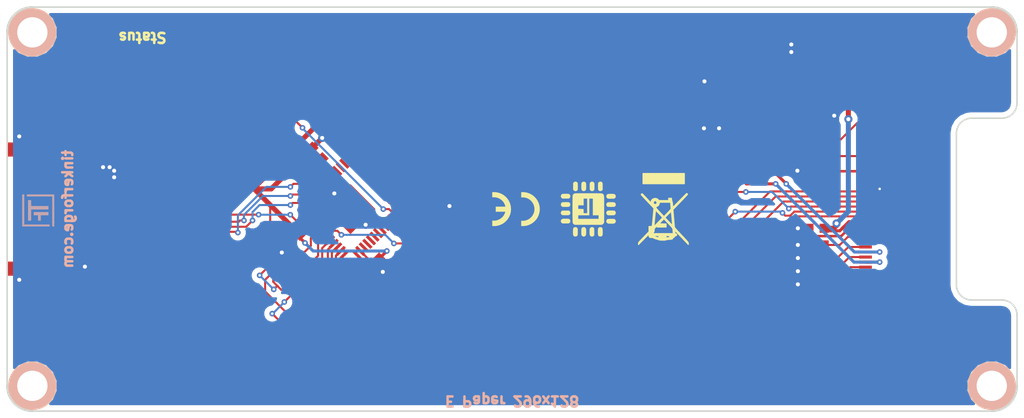
<source format=kicad_pcb>
(kicad_pcb (version 20171130) (host pcbnew 5.0.1-33cea8e~67~ubuntu18.04.1)
  (layers (0 F.Cu signal) (31 B.Cu signal) (34 B.Paste user) (35 F.Paste user) (36 B.SilkS user) (37 F.SilkS user) (38 B.Mask user) (39 F.Mask user) (44 Edge.Cuts user))
  (net 0 "")
  (net 1 "Net-(C1-Pad2)")
  (net 2 GND)
  (net 3 VGH)
  (net 4 VCI)
  (net 5 VGL)
  (net 6 "Net-(C7-Pad2)")
  (net 7 "Net-(C9-Pad1)")
  (net 8 "Net-(C10-Pad1)")
  (net 9 "Net-(C11-Pad1)")
  (net 10 "Net-(C15-Pad1)")
  (net 11 "Net-(C16-Pad1)")
  (net 12 "Net-(D1-Pad2)")
  (net 13 "Net-(P1-Pad1)")
  (net 14 "Net-(P1-Pad4)")
  (net 15 "Net-(P1-Pad5)")
  (net 16 "Net-(P1-Pad6)")
  (net 17 "Net-(P4-Pad2)")
  (net 18 "Net-(P5-Pad1)")
  (net 19 RESE)
  (net 20 GDR)
  (net 21 "Net-(R2-Pad1)")
  (net 22 S-MISO)
  (net 23 S-MOSI)
  (net 24 S-CLK)
  (net 25 S-CS)
  (net 26 TSCL)
  (net 27 "Net-(RP2-Pad7)")
  (net 28 "Net-(RP2-Pad6)")
  (net 29 TSDA)
  (net 30 "Net-(RP2-Pad3)")
  (net 31 "Net-(RP2-Pad2)")
  (net 32 CS#)
  (net 33 "Net-(U1-Pad4)")
  (net 34 "Net-(U1-Pad5)")
  (net 35 "Net-(U1-Pad6)")
  (net 36 "Net-(U1-Pad7)")
  (net 37 "Net-(U1-Pad8)")
  (net 38 "Net-(U1-Pad9)")
  (net 39 "Net-(U1-Pad10)")
  (net 40 "Net-(U1-Pad11)")
  (net 41 "Net-(U1-Pad12)")
  (net 42 "Net-(U1-Pad13)")
  (net 43 "Net-(U1-Pad14)")
  (net 44 "Net-(U1-Pad15)")
  (net 45 "Net-(U1-Pad16)")
  (net 46 "Net-(U1-Pad21)")
  (net 47 "Net-(U1-Pad22)")
  (net 48 "Net-(U1-Pad26)")
  (net 49 "Net-(U1-Pad28)")
  (net 50 CLK)
  (net 51 MISO_MOSI)
  (net 52 BUSY)
  (net 53 RES#)
  (net 54 DC#)
  (net 55 "Net-(U1-Pad36)")
  (net 56 "Net-(U1-Pad39)")
  (net 57 "Net-(U1-Pad40)")
  (net 58 "Net-(U1-Pad41)")
  (net 59 "Net-(U1-Pad42)")
  (net 60 "Net-(U1-Pad43)")
  (net 61 "Net-(U1-Pad44)")
  (net 62 "Net-(U1-Pad45)")
  (net 63 "Net-(U1-Pad46)")
  (net 64 "Net-(U1-Pad47)")
  (net 65 "Net-(U2-Pad4)")
  (net 66 "Net-(U2-Pad1)")
  (net 67 "Net-(U2-Pad19)")
  (net 68 +VSW)
  (net 69 3V3)
  (module kicad-libraries:ER-CON24HT-1 (layer F.Cu) (at 183 105 90)
    (fp_text reference U2)
    (fp_text value Con24HT)
    (pad EP smd rect (at 7.29 2.33 90) (size 2 3) (layers F.Cu F.Paste F.Mask))
    (pad EP smd rect (at -7.29 2.33 90) (size 2 3) (layers F.Cu F.Paste F.Mask))
    (pad 12 smd rect (at 0.25 0 90) (size 0.3 1.25) (layers F.Cu F.Paste F.Mask) (net 32 CS#))
    (pad 11 smd rect (at 0.75 0 90) (size 0.3 1.25) (layers F.Cu F.Paste F.Mask) (net 54 DC#))
    (pad 10 smd rect (at 1.25 0 90) (size 0.3 1.25) (layers F.Cu F.Paste F.Mask) (net 53 RES#))
    (pad 9 smd rect (at 1.75 0 90) (size 0.3 1.25) (layers F.Cu F.Paste F.Mask) (net 52 BUSY))
    (pad 8 smd rect (at 2.25 0 90) (size 0.3 1.25) (layers F.Cu F.Paste F.Mask) (net 2 GND))
    (pad 7 smd rect (at 2.75 0 90) (size 0.3 1.25) (layers F.Cu F.Paste F.Mask) (net 29 TSDA))
    (pad 6 smd rect (at 3.25 0 90) (size 0.3 1.25) (layers F.Cu F.Paste F.Mask) (net 26 TSCL))
    (pad 5 smd rect (at 3.75 0 90) (size 0.3 1.25) (layers F.Cu F.Paste F.Mask) (net 9 "Net-(C11-Pad1)"))
    (pad 4 smd rect (at 4.25 0 90) (size 0.3 1.25) (layers F.Cu F.Paste F.Mask) (net 65 "Net-(U2-Pad4)"))
    (pad 3 smd rect (at 4.75 0 90) (size 0.3 1.25) (layers F.Cu F.Paste F.Mask) (net 19 RESE))
    (pad 2 smd rect (at 5.25 0 90) (size 0.3 1.25) (layers F.Cu F.Paste F.Mask) (net 20 GDR))
    (pad 1 smd rect (at 5.75 0 90) (size 0.3 1.25) (layers F.Cu F.Paste F.Mask) (net 66 "Net-(U2-Pad1)"))
    (pad 13 smd rect (at -0.25 0 90) (size 0.3 1.25) (layers F.Cu F.Paste F.Mask) (net 50 CLK))
    (pad 14 smd rect (at -0.75 0 90) (size 0.3 1.25) (layers F.Cu F.Paste F.Mask) (net 51 MISO_MOSI))
    (pad 15 smd rect (at -1.25 0 90) (size 0.3 1.25) (layers F.Cu F.Paste F.Mask) (net 4 VCI))
    (pad 16 smd rect (at -1.75 0 90) (size 0.3 1.25) (layers F.Cu F.Paste F.Mask) (net 4 VCI))
    (pad 17 smd rect (at -2.25 0 90) (size 0.3 1.25) (layers F.Cu F.Paste F.Mask) (net 2 GND))
    (pad 18 smd rect (at -2.75 0 90) (size 0.3 1.25) (layers F.Cu F.Paste F.Mask) (net 6 "Net-(C7-Pad2)"))
    (pad 19 smd rect (at -3.25 0 90) (size 0.3 1.25) (layers F.Cu F.Paste F.Mask) (net 67 "Net-(U2-Pad19)"))
    (pad 20 smd rect (at -3.75 0 90) (size 0.3 1.25) (layers F.Cu F.Paste F.Mask) (net 8 "Net-(C10-Pad1)"))
    (pad 21 smd rect (at -4.25 0 90) (size 0.3 1.25) (layers F.Cu F.Paste F.Mask) (net 3 VGH))
    (pad 22 smd rect (at -4.75 0 90) (size 0.3 1.25) (layers F.Cu F.Paste F.Mask) (net 10 "Net-(C15-Pad1)"))
    (pad 23 smd rect (at -5.25 0 90) (size 0.3 1.25) (layers F.Cu F.Paste F.Mask) (net 5 VGL))
    (pad 24 smd rect (at -5.75 0 90) (size 0.3 1.25) (layers F.Cu F.Paste F.Mask) (net 11 "Net-(C16-Pad1)"))
  )
  (module kicad-libraries:C0603F (layer F.Cu) (at 127.68033 99.46967 225)
    (fp_text reference C14)
    (fp_text value 220nF)
    (pad 2 smd rect (at 0.75 0 225) (size 0.9 0.9) (layers F.Cu F.Paste F.Mask) (net 69 3V3))
    (pad 1 smd rect (at -0.75 0 225) (size 0.9 0.9) (layers F.Cu F.Paste F.Mask) (net 2 GND))
  )
  (module kicad-libraries:C0402F (layer F.Cu) (at 105.7 109.25 90)
    (fp_text reference C1)
    (fp_text value 220pF)
    (pad 2 smd rect (at 0.5 0 90) (size 0.6 0.7) (layers F.Cu F.Paste F.Mask) (net 1 "Net-(C1-Pad2)"))
    (pad 1 smd rect (at -0.5 0 90) (size 0.6 0.7) (layers F.Cu F.Paste F.Mask) (net 2 GND))
  )
  (module kicad-libraries:C0603F (layer F.Cu) (at 169.25 96.05)
    (fp_text reference C2)
    (fp_text value 1uF)
    (pad 2 smd rect (at 0.75 0) (size 0.9 0.9) (layers F.Cu F.Paste F.Mask) (net 3 VGH))
    (pad 1 smd rect (at -0.75 0) (size 0.9 0.9) (layers F.Cu F.Paste F.Mask) (net 2 GND))
  )
  (module kicad-libraries:C0805 (layer F.Cu) (at 106 102.49924 270)
    (fp_text reference C3)
    (fp_text value 10uF)
    (pad 1 smd rect (at -1.00076 0 270) (size 1.00076 1.24968) (layers F.Cu F.Paste F.Mask) (net 2 GND) (clearance 0.14986))
    (pad 2 smd rect (at 1.00076 0 270) (size 1.00076 1.24968) (layers F.Cu F.Paste F.Mask) (net 69 3V3) (clearance 0.14986))
  )
  (module kicad-libraries:C0603F (layer F.Cu) (at 108 102.25 270)
    (fp_text reference C4)
    (fp_text value 1uF)
    (pad 1 smd rect (at -0.75 0 270) (size 0.9 0.9) (layers F.Cu F.Paste F.Mask) (net 2 GND))
    (pad 2 smd rect (at 0.75 0 270) (size 0.9 0.9) (layers F.Cu F.Paste F.Mask) (net 69 3V3))
  )
  (module kicad-libraries:C0603F (layer F.Cu) (at 166.25 96.05 180)
    (fp_text reference C5)
    (fp_text value 1uF)
    (pad 2 smd rect (at 0.75 0 180) (size 0.9 0.9) (layers F.Cu F.Paste F.Mask) (net 5 VGL))
    (pad 1 smd rect (at -0.75 0 180) (size 0.9 0.9) (layers F.Cu F.Paste F.Mask) (net 2 GND))
  )
  (module kicad-libraries:C0603F (layer F.Cu) (at 126.45 108.05 45)
    (fp_text reference C6)
    (fp_text value 100nF)
    (pad 1 smd rect (at -0.75 0 45) (size 0.9 0.9) (layers F.Cu F.Paste F.Mask) (net 2 GND))
    (pad 2 smd rect (at 0.75 0 45) (size 0.9 0.9) (layers F.Cu F.Paste F.Mask) (net 69 3V3))
  )
  (module kicad-libraries:C0603F (layer F.Cu) (at 178.15 108.55)
    (fp_text reference C7)
    (fp_text value 1uF/10V)
    (pad 2 smd rect (at 0.75 0) (size 0.9 0.9) (layers F.Cu F.Paste F.Mask) (net 6 "Net-(C7-Pad2)"))
    (pad 1 smd rect (at -0.75 0) (size 0.9 0.9) (layers F.Cu F.Paste F.Mask) (net 2 GND))
  )
  (module kicad-libraries:C0603F (layer F.Cu) (at 178.15 106.9 180)
    (fp_text reference C8)
    (fp_text value 4,7uF/10V)
    (pad 2 smd rect (at 0.75 0 180) (size 0.9 0.9) (layers F.Cu F.Paste F.Mask) (net 2 GND))
    (pad 1 smd rect (at -0.75 0 180) (size 0.9 0.9) (layers F.Cu F.Paste F.Mask) (net 4 VCI))
  )
  (module kicad-libraries:C0603F (layer F.Cu) (at 174.1 94.2)
    (fp_text reference C9)
    (fp_text value 1uF)
    (pad 1 smd rect (at -0.75 0) (size 0.9 0.9) (layers F.Cu F.Paste F.Mask) (net 7 "Net-(C9-Pad1)"))
    (pad 2 smd rect (at 0.75 0) (size 0.9 0.9) (layers F.Cu F.Paste F.Mask) (net 68 +VSW))
  )
  (module kicad-libraries:C0603F (layer F.Cu) (at 178.15 109.85 180)
    (fp_text reference C10)
    (fp_text value 1uF/25V)
    (pad 1 smd rect (at -0.75 0 180) (size 0.9 0.9) (layers F.Cu F.Paste F.Mask) (net 8 "Net-(C10-Pad1)"))
    (pad 2 smd rect (at 0.75 0 180) (size 0.9 0.9) (layers F.Cu F.Paste F.Mask) (net 2 GND))
  )
  (module kicad-libraries:C0603F (layer F.Cu) (at 178.15 101.25 180)
    (fp_text reference C11)
    (fp_text value 1uF/25V)
    (pad 1 smd rect (at -0.75 0 180) (size 0.9 0.9) (layers F.Cu F.Paste F.Mask) (net 9 "Net-(C11-Pad1)"))
    (pad 2 smd rect (at 0.75 0 180) (size 0.9 0.9) (layers F.Cu F.Paste F.Mask) (net 2 GND))
  )
  (module kicad-libraries:C0603F (layer F.Cu) (at 128.68033 100.51967 225)
    (fp_text reference C12)
    (fp_text value 100nF)
    (pad 1 smd rect (at -0.75 0 225) (size 0.9 0.9) (layers F.Cu F.Paste F.Mask) (net 2 GND))
    (pad 2 smd rect (at 0.75 0 225) (size 0.9 0.9) (layers F.Cu F.Paste F.Mask) (net 69 3V3))
  )
  (module kicad-libraries:C0603F (layer F.Cu) (at 134.3 110.45 45)
    (fp_text reference C13)
    (fp_text value 100nF)
    (pad 2 smd rect (at 0.75 0 45) (size 0.9 0.9) (layers F.Cu F.Paste F.Mask) (net 69 3V3))
    (pad 1 smd rect (at -0.75 0 45) (size 0.9 0.9) (layers F.Cu F.Paste F.Mask) (net 2 GND))
  )
  (module kicad-libraries:C0603F (layer F.Cu) (at 178.15 111.15 180)
    (fp_text reference C15)
    (fp_text value 1uF/25V)
    (pad 1 smd rect (at -0.75 0 180) (size 0.9 0.9) (layers F.Cu F.Paste F.Mask) (net 10 "Net-(C15-Pad1)"))
    (pad 2 smd rect (at 0.75 0 180) (size 0.9 0.9) (layers F.Cu F.Paste F.Mask) (net 2 GND))
  )
  (module kicad-libraries:C0603F (layer F.Cu) (at 178.15 112.45 180)
    (fp_text reference C16)
    (fp_text value 0,47uF/25V)
    (pad 1 smd rect (at -0.75 0 180) (size 0.9 0.9) (layers F.Cu F.Paste F.Mask) (net 11 "Net-(C16-Pad1)"))
    (pad 2 smd rect (at 0.75 0 180) (size 0.9 0.9) (layers F.Cu F.Paste F.Mask) (net 2 GND))
  )
  (module kicad-libraries:C0603F (layer F.Cu) (at 177.45 90.65 180)
    (fp_text reference C17)
    (fp_text value 1uF)
    (pad 2 smd rect (at 0.75 0 180) (size 0.9 0.9) (layers F.Cu F.Paste F.Mask) (net 2 GND))
    (pad 1 smd rect (at -0.75 0 180) (size 0.9 0.9) (layers F.Cu F.Paste F.Mask) (net 4 VCI))
  )
  (module kicad-libraries:D0603F (layer F.Cu) (at 111.4 86.5)
    (fp_text reference D1)
    (fp_text value blue)
    (pad 2 smd rect (at 0.75 0) (size 0.9 0.9) (layers F.Cu F.Paste F.Mask) (net 12 "Net-(D1-Pad2)"))
    (pad 1 smd rect (at -0.75 0) (size 0.9 0.9) (layers F.Cu F.Paste F.Mask) (net 69 3V3))
  )
  (module kicad-libraries:SOD-123 (layer F.Cu) (at 169.75 94.2)
    (fp_text reference D2)
    (fp_text value B0520LW)
    (pad 1 smd rect (at -1.84912 0) (size 1.19888 0.70104) (layers F.Cu F.Paste F.Mask) (net 5 VGL) (clearance 0.14986))
    (pad 2 smd rect (at 1.84912 0) (size 1.19888 0.70104) (layers F.Cu F.Paste F.Mask) (net 7 "Net-(C9-Pad1)") (clearance 0.14986))
  )
  (module kicad-libraries:SOD-123 (layer F.Cu) (at 173.7 96.05 180)
    (fp_text reference D3)
    (fp_text value B0520LW)
    (pad 1 smd rect (at -1.84912 0 180) (size 1.19888 0.70104) (layers F.Cu F.Paste F.Mask) (net 68 +VSW) (clearance 0.14986))
    (pad 2 smd rect (at 1.84912 0 180) (size 1.19888 0.70104) (layers F.Cu F.Paste F.Mask) (net 3 VGH) (clearance 0.14986))
  )
  (module kicad-libraries:SOD-123 (layer F.Cu) (at 169.75 92.35 180)
    (fp_text reference D4)
    (fp_text value B0520LW)
    (pad 2 smd rect (at 1.84912 0 180) (size 1.19888 0.70104) (layers F.Cu F.Paste F.Mask) (net 2 GND) (clearance 0.14986))
    (pad 1 smd rect (at -1.84912 0 180) (size 1.19888 0.70104) (layers F.Cu F.Paste F.Mask) (net 7 "Net-(C9-Pad1)") (clearance 0.14986))
  )
  (module NRH3015 (layer F.Cu) (at 177.45 93.1 90)
    (fp_text reference L1)
    (fp_text value NR3015T4R7M)
    (pad 1 smd rect (at -1.09982 0 90) (size 0.8001 2.70002) (layers F.Cu F.Paste F.Mask) (net 68 +VSW))
    (pad 2 smd rect (at 1.09982 0 90) (size 0.8001 2.70002) (layers F.Cu F.Paste F.Mask) (net 4 VCI))
  )
  (module kicad-libraries:CON-SENSOR2 (layer F.Cu) (at 98 105 270)
    (fp_text reference P1)
    (fp_text value CON-SENSOR)
    (pad 1 smd rect (at -3.75 -4.6 270) (size 0.6 1.8) (layers F.Cu F.Paste F.Mask) (net 13 "Net-(P1-Pad1)"))
    (pad 2 smd rect (at -2.5 -4.6 270) (size 0.6 1.8) (layers F.Cu F.Paste F.Mask) (net 2 GND))
    (pad EP smd rect (at -5.9 -1.2 270) (size 1.4 2.4) (layers F.Cu F.Paste F.Mask) (net 2 GND))
    (pad EP smd rect (at 5.9 -1.2 270) (size 1.4 2.4) (layers F.Cu F.Paste F.Mask) (net 2 GND))
    (pad 3 smd rect (at -1.25 -4.6 270) (size 0.6 1.8) (layers F.Cu F.Paste F.Mask) (net 69 3V3))
    (pad 4 smd rect (at 0 -4.6 270) (size 0.6 1.8) (layers F.Cu F.Paste F.Mask) (net 14 "Net-(P1-Pad4)"))
    (pad 5 smd rect (at 1.25 -4.6 270) (size 0.6 1.8) (layers F.Cu F.Paste F.Mask) (net 15 "Net-(P1-Pad5)"))
    (pad 6 smd rect (at 2.5 -4.6 270) (size 0.6 1.8) (layers F.Cu F.Paste F.Mask) (net 16 "Net-(P1-Pad6)"))
    (pad 7 smd rect (at 3.75 -4.6 270) (size 0.6 1.8) (layers F.Cu F.Paste F.Mask) (net 1 "Net-(C1-Pad2)"))
  )
  (module kicad-libraries:SolderJumper (layer F.Cu) (at 140.675 104.7 180)
    (fp_text reference P4)
    (fp_text value BOOT)
    (pad 2 smd rect (at 0.55 0 180) (size 0.3 1.4) (layers F.Cu F.Mask) (net 17 "Net-(P4-Pad2)"))
    (pad 2 smd rect (at 0.15 0 180) (size 0.6 0.5) (layers F.Cu F.Mask) (net 17 "Net-(P4-Pad2)"))
    (pad 1 smd rect (at -0.5 0 180) (size 0.4 1.4) (layers F.Cu F.Mask) (net 2 GND))
    (pad 1 smd rect (at -0.225 0.55 180) (size 0.95 0.3) (layers F.Cu F.Mask) (net 2 GND))
    (pad 1 smd rect (at -0.225 -0.55 180) (size 0.95 0.3) (layers F.Cu F.Mask) (net 2 GND))
  )
  (module kicad-libraries:DEBUG_PAD (layer F.Cu) (at 140.65 102.45)
    (fp_text reference P5)
    (fp_text value DEBUG)
    (pad 1 smd circle (at 0 0) (size 0.7 0.7) (layers F.Cu F.Paste F.Mask) (net 18 "Net-(P5-Pad1)"))
  )
  (module kicad-libraries:SOT23GDS (layer F.Cu) (at 177.449999 97.1 180)
    (fp_text reference Q1)
    (fp_text value 2N7002P)
    (pad S smd rect (at -0.889 -1.016 180) (size 0.9144 0.9144) (layers F.Cu F.Paste F.Mask) (net 19 RESE))
    (pad G smd rect (at 0.889 -1.016 180) (size 0.9144 0.9144) (layers F.Cu F.Paste F.Mask) (net 20 GDR))
    (pad D smd rect (at 0 1.016 180) (size 0.9144 0.9144) (layers F.Cu F.Paste F.Mask) (net 68 +VSW))
  )
  (module kicad-libraries:R0603F (layer F.Cu) (at 179.9 97.35 90)
    (fp_text reference R1)
    (fp_text value 2,2)
    (pad 1 smd rect (at -0.75 0 90) (size 0.9 0.9) (layers F.Cu F.Paste F.Mask) (net 19 RESE))
    (pad 2 smd rect (at 0.75 0 90) (size 0.9 0.9) (layers F.Cu F.Paste F.Mask) (net 2 GND))
  )
  (module kicad-libraries:R0603F (layer F.Cu) (at 114.6 86.5 180)
    (fp_text reference R2)
    (fp_text value 1k)
    (pad 2 smd rect (at 0.75 0 180) (size 0.9 0.9) (layers F.Cu F.Paste F.Mask) (net 12 "Net-(D1-Pad2)"))
    (pad 1 smd rect (at -0.75 0 180) (size 0.9 0.9) (layers F.Cu F.Paste F.Mask) (net 21 "Net-(R2-Pad1)"))
  )
  (module kicad-libraries:4X0402 (layer F.Cu) (at 106.25 106.5 270)
    (fp_text reference RP1)
    (fp_text value 82)
    (pad 1 smd rect (at -0.7493 0.575 90) (size 0.29972 0.65) (layers F.Cu F.Paste F.Mask) (net 14 "Net-(P1-Pad4)"))
    (pad 2 smd rect (at -0.24892 0.575 90) (size 0.29972 0.65) (layers F.Cu F.Paste F.Mask) (net 15 "Net-(P1-Pad5)"))
    (pad 3 smd rect (at 0.24892 0.575 90) (size 0.29972 0.65) (layers F.Cu F.Paste F.Mask) (net 16 "Net-(P1-Pad6)"))
    (pad 4 smd rect (at 0.7493 0.575 90) (size 0.29972 0.65) (layers F.Cu F.Paste F.Mask) (net 1 "Net-(C1-Pad2)"))
    (pad 5 smd rect (at 0.7493 -0.575 270) (size 0.29972 0.65) (layers F.Cu F.Paste F.Mask) (net 22 S-MISO))
    (pad 6 smd rect (at 0.24892 -0.575 270) (size 0.29972 0.65) (layers F.Cu F.Paste F.Mask) (net 23 S-MOSI))
    (pad 7 smd rect (at -0.24892 -0.575 270) (size 0.29972 0.65) (layers F.Cu F.Paste F.Mask) (net 24 S-CLK))
    (pad 8 smd rect (at -0.7493 -0.575 270) (size 0.29972 0.65) (layers F.Cu F.Paste F.Mask) (net 25 S-CS))
  )
  (module kicad-libraries:4X0402 (layer F.Cu) (at 125.6 111.75 315)
    (fp_text reference RP2)
    (fp_text value 4,7k)
    (pad 8 smd rect (at -0.749301 -0.575 315) (size 0.29972 0.65) (layers F.Cu F.Paste F.Mask) (net 29 TSDA))
    (pad 7 smd rect (at -0.24892 -0.574999 315) (size 0.29972 0.65) (layers F.Cu F.Paste F.Mask) (net 27 "Net-(RP2-Pad7)"))
    (pad 6 smd rect (at 0.24892 -0.574999 315) (size 0.29972 0.65) (layers F.Cu F.Paste F.Mask) (net 28 "Net-(RP2-Pad6)"))
    (pad 5 smd rect (at 0.749301 -0.575 315) (size 0.29972 0.65) (layers F.Cu F.Paste F.Mask) (net 26 TSCL))
    (pad 4 smd rect (at 0.749301 0.575 135) (size 0.29972 0.65) (layers F.Cu F.Paste F.Mask) (net 69 3V3))
    (pad 3 smd rect (at 0.24892 0.574999 135) (size 0.29972 0.65) (layers F.Cu F.Paste F.Mask) (net 30 "Net-(RP2-Pad3)"))
    (pad 2 smd rect (at -0.24892 0.574999 135) (size 0.29972 0.65) (layers F.Cu F.Paste F.Mask) (net 31 "Net-(RP2-Pad2)"))
    (pad 1 smd rect (at -0.749301 0.575 135) (size 0.29972 0.65) (layers F.Cu F.Paste F.Mask) (net 69 3V3))
  )
  (module kicad-libraries:QFN48-EP2 (layer F.Cu) (at 132 105 135)
    (fp_text reference U1)
    (fp_text value XMC1404)
    (pad 1 smd rect (at -2.74828 3.61188 315) (size 0.29972 1.14808) (layers F.Cu F.Paste F.Mask) (net 17 "Net-(P4-Pad2)"))
    (pad 2 smd rect (at -2.2479 3.61188 315) (size 0.29972 1.14808) (layers F.Cu F.Paste F.Mask) (net 32 CS#))
    (pad 3 smd rect (at -1.74752 3.61188 315) (size 0.29972 1.14808) (layers F.Cu F.Paste F.Mask) (net 18 "Net-(P5-Pad1)"))
    (pad 4 smd rect (at -1.24968 3.61188 315) (size 0.29972 1.14808) (layers F.Cu F.Paste F.Mask) (net 33 "Net-(U1-Pad4)"))
    (pad 5 smd rect (at -0.7493 3.61188 315) (size 0.29972 1.14808) (layers F.Cu F.Paste F.Mask) (net 34 "Net-(U1-Pad5)"))
    (pad 6 smd rect (at -0.24892 3.61188 315) (size 0.29972 1.14808) (layers F.Cu F.Paste F.Mask) (net 35 "Net-(U1-Pad6)"))
    (pad 7 smd rect (at 0.24892 3.61188 315) (size 0.29972 1.14808) (layers F.Cu F.Paste F.Mask) (net 36 "Net-(U1-Pad7)"))
    (pad 8 smd rect (at 0.7493 3.61188 315) (size 0.29972 1.14808) (layers F.Cu F.Paste F.Mask) (net 37 "Net-(U1-Pad8)"))
    (pad 9 smd rect (at 1.24968 3.61188 315) (size 0.29972 1.14808) (layers F.Cu F.Paste F.Mask) (net 38 "Net-(U1-Pad9)"))
    (pad 10 smd rect (at 1.74752 3.61188 315) (size 0.29972 1.14808) (layers F.Cu F.Paste F.Mask) (net 39 "Net-(U1-Pad10)"))
    (pad 11 smd rect (at 2.2479 3.61188 315) (size 0.29972 1.14808) (layers F.Cu F.Paste F.Mask) (net 40 "Net-(U1-Pad11)"))
    (pad 12 smd rect (at 2.74828 3.61188 315) (size 0.29972 1.14808) (layers F.Cu F.Paste F.Mask) (net 41 "Net-(U1-Pad12)"))
    (pad 13 smd rect (at 3.61188 2.74828 45) (size 0.29972 1.14808) (layers F.Cu F.Paste F.Mask) (net 42 "Net-(U1-Pad13)"))
    (pad 14 smd rect (at 3.61188 2.2479 45) (size 0.29972 1.14808) (layers F.Cu F.Paste F.Mask) (net 43 "Net-(U1-Pad14)"))
    (pad 15 smd rect (at 3.61188 1.74752 45) (size 0.29972 1.14808) (layers F.Cu F.Paste F.Mask) (net 44 "Net-(U1-Pad15)"))
    (pad 16 smd rect (at 3.61188 1.24968 45) (size 0.29972 1.14808) (layers F.Cu F.Paste F.Mask) (net 45 "Net-(U1-Pad16)"))
    (pad 17 smd rect (at 3.61188 0.7493 45) (size 0.29972 1.14808) (layers F.Cu F.Paste F.Mask) (net 2 GND))
    (pad 18 smd rect (at 3.61188 0.24892 45) (size 0.29972 1.14808) (layers F.Cu F.Paste F.Mask) (net 69 3V3))
    (pad 19 smd rect (at 3.61188 -0.24892 45) (size 0.29972 1.14808) (layers F.Cu F.Paste F.Mask) (net 69 3V3))
    (pad 20 smd rect (at 3.61188 -0.7493 45) (size 0.29972 1.14808) (layers F.Cu F.Paste F.Mask) (net 22 S-MISO))
    (pad 21 smd rect (at 3.61188 -1.24968 45) (size 0.29972 1.14808) (layers F.Cu F.Paste F.Mask) (net 46 "Net-(U1-Pad21)"))
    (pad 22 smd rect (at 3.61188 -1.74752 45) (size 0.29972 1.14808) (layers F.Cu F.Paste F.Mask) (net 47 "Net-(U1-Pad22)"))
    (pad 23 smd rect (at 3.61188 -2.2479 45) (size 0.29972 1.14808) (layers F.Cu F.Paste F.Mask) (net 24 S-CLK))
    (pad 24 smd rect (at 3.61188 -2.74828 45) (size 0.29972 1.14808) (layers F.Cu F.Paste F.Mask) (net 23 S-MOSI))
    (pad 25 smd rect (at 2.74828 -3.61188 135) (size 0.29972 1.14808) (layers F.Cu F.Paste F.Mask) (net 25 S-CS))
    (pad 26 smd rect (at 2.2479 -3.61188 135) (size 0.29972 1.14808) (layers F.Cu F.Paste F.Mask) (net 48 "Net-(U1-Pad26)"))
    (pad 27 smd rect (at 1.74752 -3.61188 135) (size 0.29972 1.14808) (layers F.Cu F.Paste F.Mask) (net 69 3V3))
    (pad 28 smd rect (at 1.24968 -3.61188 135) (size 0.29972 1.14808) (layers F.Cu F.Paste F.Mask) (net 49 "Net-(U1-Pad28)"))
    (pad 29 smd rect (at 0.7493 -3.61188 135) (size 0.29972 1.14808) (layers F.Cu F.Paste F.Mask) (net 29 TSDA))
    (pad 30 smd rect (at 0.24892 -3.61188 135) (size 0.29972 1.14808) (layers F.Cu F.Paste F.Mask) (net 26 TSCL))
    (pad 31 smd rect (at -0.24892 -3.61188 135) (size 0.29972 1.14808) (layers F.Cu F.Paste F.Mask) (net 50 CLK))
    (pad 32 smd rect (at -0.7493 -3.61188 135) (size 0.29972 1.14808) (layers F.Cu F.Paste F.Mask) (net 51 MISO_MOSI))
    (pad 33 smd rect (at -1.24968 -3.61188 135) (size 0.29972 1.14808) (layers F.Cu F.Paste F.Mask) (net 54 DC#))
    (pad 34 smd rect (at -1.74752 -3.61188 135) (size 0.29972 1.14808) (layers F.Cu F.Paste F.Mask) (net 53 RES#))
    (pad 35 smd rect (at -2.2479 -3.61188 135) (size 0.29972 1.14808) (layers F.Cu F.Paste F.Mask) (net 52 BUSY))
    (pad 36 smd rect (at -2.74828 -3.61188 135) (size 0.29972 1.14808) (layers F.Cu F.Paste F.Mask) (net 55 "Net-(U1-Pad36)"))
    (pad 37 smd rect (at -3.60934 -2.74828 225) (size 0.29972 1.15062) (layers F.Cu F.Paste F.Mask) (net 2 GND))
    (pad 38 smd rect (at -3.61188 -2.2479 225) (size 0.29972 1.14808) (layers F.Cu F.Paste F.Mask) (net 69 3V3))
    (pad 39 smd rect (at -3.61188 -1.74752 225) (size 0.29972 1.14808) (layers F.Cu F.Paste F.Mask) (net 56 "Net-(U1-Pad39)"))
    (pad 40 smd rect (at -3.61188 -1.24968 225) (size 0.29972 1.14808) (layers F.Cu F.Paste F.Mask) (net 57 "Net-(U1-Pad40)"))
    (pad 41 smd rect (at -3.61188 -0.7493 225) (size 0.29972 1.14808) (layers F.Cu F.Paste F.Mask) (net 58 "Net-(U1-Pad41)"))
    (pad 42 smd rect (at -3.61188 -0.24892 225) (size 0.29972 1.14808) (layers F.Cu F.Paste F.Mask) (net 59 "Net-(U1-Pad42)"))
    (pad 43 smd rect (at -3.61188 0.24892 225) (size 0.29972 1.14808) (layers F.Cu F.Paste F.Mask) (net 60 "Net-(U1-Pad43)"))
    (pad 44 smd rect (at -3.61188 0.7493 225) (size 0.29972 1.14808) (layers F.Cu F.Paste F.Mask) (net 61 "Net-(U1-Pad44)"))
    (pad 45 smd rect (at -3.61188 1.24968 225) (size 0.29972 1.14808) (layers F.Cu F.Paste F.Mask) (net 62 "Net-(U1-Pad45)"))
    (pad 46 smd rect (at -3.61188 1.74752 225) (size 0.29972 1.14808) (layers F.Cu F.Paste F.Mask) (net 63 "Net-(U1-Pad46)"))
    (pad 47 smd rect (at -3.61188 2.2479 225) (size 0.29972 1.14808) (layers F.Cu F.Paste F.Mask) (net 64 "Net-(U1-Pad47)"))
    (pad 48 smd rect (at -3.61188 2.74828 225) (size 0.29972 1.14808) (layers F.Cu F.Paste F.Mask) (net 21 "Net-(R2-Pad1)"))
    (pad EP smd rect (at 0 0 135) (size 3.5 3.5) (layers F.Cu F.Paste F.Mask) (net 2 GND))
  )
  (module kicad-libraries:DRILL_NP (layer F.Cu) (at 195.5 122.5)
    (fp_text reference U4 hide)
    (fp_text value DRILL hide)
    (pad "" np_thru_hole circle (at 0 0) (size 2.99974 2.99974) (drill 2.99974) (layers *.Cu *.Mask F.SilkS) (clearance 0.89916))
  )
  (module kicad-libraries:DRILL_NP (layer F.Cu) (at 195.5 87.5)
    (fp_text reference U5 hide)
    (fp_text value DRILL hide)
    (pad "" np_thru_hole circle (at 0 0) (size 2.99974 2.99974) (drill 2.99974) (layers *.Cu *.Mask F.SilkS) (clearance 0.89916))
  )
  (module kicad-libraries:DRILL_NP (layer F.Cu) (at 100.5 122.5)
    (fp_text reference U6 hide)
    (fp_text value DRILL hide)
    (pad "" np_thru_hole circle (at 0 0) (size 2.99974 2.99974) (drill 2.99974) (layers *.Cu *.Mask F.SilkS) (clearance 0.89916))
  )
  (module kicad-libraries:DRILL_NP (layer F.Cu) (at 100.5 87.5)
    (fp_text reference U7 hide)
    (fp_text value DRILL hide)
    (pad "" np_thru_hole circle (at 0 0) (size 2.99974 2.99974) (drill 2.99974) (layers *.Cu *.Mask F.SilkS) (clearance 0.89916))
  )
  (module kicad-libraries:C0805E (layer F.Cu) (at 177.45 89 180)
    (fp_text reference C18)
    (fp_text value 10uF)
    (pad 1 smd rect (at -0.95 0 180) (size 1.3 1.5) (layers F.Cu F.Paste F.Mask) (net 4 VCI) (clearance 0.14986))
    (pad 2 smd rect (at 0.95 0 180) (size 1.3 1.5) (layers F.Cu F.Paste F.Mask) (net 2 GND) (clearance 0.14986))
  )
  (module kicad-libraries:WEEE_7mm (layer F.Cu) (at 163 105 180)
    (fp_text reference VAL hide)
    (fp_text value WEEE_7mm hide)
  )
  (module kicad-libraries:Logo_CoMCU (layer F.Cu) (at 155.55 105 180)
    (fp_text reference G*** hide)
    (fp_text value LOGO hide)
  )
  (module kicad-libraries:CE_5mm (layer F.Cu) (at 148.35 105 180)
    (fp_text reference VAL hide)
    (fp_text value CE_5mm hide)
  )
  (module kicad-libraries:Logo_31x31 (layer B.Cu) (at 99.5 103.55 270)
    (fp_text reference G*** hide)
    (fp_text value Logo_31x31 hide)
  )
  (module kicad-libraries:R0603F (layer F.Cu) (at 177.45 87.35)
    (fp_text reference L2)
    (fp_text value FB)
    (pad 1 smd rect (at -0.75 0) (size 0.9 0.9) (layers F.Cu F.Paste F.Mask) (net 69 3V3))
    (pad 2 smd rect (at 0.75 0) (size 0.9 0.9) (layers F.Cu F.Paste F.Mask) (net 4 VCI))
  )
  (gr_line (start 196.5 114) (end 193.5 114) (layer Edge.Cuts) (width 0.15))
  (gr_line (start 196.5 96) (end 193.5 96) (layer Edge.Cuts) (width 0.15))
  (gr_arc (start 193.5 112.5) (end 192 112.5) (angle -90) (layer Edge.Cuts) (width 0.15))
  (gr_arc (start 193.5 97.5) (end 193.5 96) (angle -90) (layer Edge.Cuts) (width 0.15))
  (gr_line (start 192 97.5) (end 192 112.5) (layer Edge.Cuts) (width 0.15))
  (gr_text "E Paper 296x128" (at 148 124 180) (layer B.SilkS) (effects (font (size 1 1) (thickness 0.25)) (justify mirror)))
  (gr_text tinkerforge.com (at 104 105 90) (layer B.SilkS) (effects (font (size 1 1) (thickness 0.25)) (justify mirror)))
  (gr_text Status (at 111.4 88 180) (layer F.SilkS) (effects (font (size 1 1) (thickness 0.25))))
  (gr_line (start 198 122.5) (end 198 115.5) (layer Edge.Cuts) (width 0.15))
  (gr_line (start 198 94.5) (end 198 87.5) (layer Edge.Cuts) (width 0.15))
  (gr_arc (start 196.5 115.5) (end 198 115.5) (angle -90) (layer Edge.Cuts) (width 0.15))
  (gr_arc (start 196.5 94.5) (end 196.5 96) (angle -90) (layer Edge.Cuts) (width 0.15))
  (gr_line (start 100.5 85) (end 195.5 85) (layer Edge.Cuts) (width 0.15))
  (gr_line (start 98 122.5) (end 98 87.5) (layer Edge.Cuts) (width 0.15))
  (gr_line (start 195.5 125) (end 100.5 125) (layer Edge.Cuts) (width 0.15))
  (gr_arc (start 195.5 122.5) (end 195.5 125) (angle -90) (layer Edge.Cuts) (width 0.2))
  (gr_arc (start 100.5 122.5) (end 98 122.5) (angle -90) (layer Edge.Cuts) (width 0.2))
  (gr_arc (start 100.5 87.5) (end 100.5 85) (angle -90) (layer Edge.Cuts) (width 0.2))
  (gr_arc (start 195.5 87.5) (end 198 87.5) (angle -90) (layer Edge.Cuts) (width 0.2))
  (segment (start 105.675 108.725) (end 105.7 108.75) (width 0.2) (layer F.Cu) (net 1))
  (segment (start 105.675 107.2493) (end 105.675 108.725) (width 0.2) (layer F.Cu) (net 1))
  (segment (start 105.7 108.75) (end 102.6 108.75) (width 0.2) (layer F.Cu) (net 1))
  (via (at 107.5 100.85) (size 0.8) (drill 0.4) (layers F.Cu B.Cu) (net 2))
  (via (at 108.15 100.85) (size 0.8) (drill 0.4) (layers F.Cu B.Cu) (net 2))
  (via (at 108.6 101.2) (size 0.8) (drill 0.4) (layers F.Cu B.Cu) (net 2))
  (via (at 108.6 101.85) (size 0.8) (drill 0.4) (layers F.Cu B.Cu) (net 2))
  (segment (start 107.99848 101.49848) (end 108 101.5) (width 0.5) (layer F.Cu) (net 2))
  (segment (start 106 101.49848) (end 107.99848 101.49848) (width 0.5) (layer F.Cu) (net 2))
  (segment (start 105.05152 101.49848) (end 106 101.49848) (width 0.5) (layer F.Cu) (net 2))
  (segment (start 102.6 102.5) (end 104.05 102.5) (width 0.5) (layer F.Cu) (net 2))
  (segment (start 104.05 102.5) (end 105.05152 101.49848) (width 0.5) (layer F.Cu) (net 2))
  (segment (start 130.07585 102.01618) (end 130.075851 102.016704) (width 0.3) (layer F.Cu) (net 2))
  (segment (start 129.21066 99.93934) (end 128.21066 98.93934) (width 0.2) (layer F.Cu) (net 2))
  (segment (start 129.21066 99.98934) (end 129.21066 99.93934) (width 0.2) (layer F.Cu) (net 2))
  (segment (start 133.76967 110.656325) (end 132.608861 109.495516) (width 0.2) (layer F.Cu) (net 2))
  (segment (start 133.76967 110.98033) (end 133.76967 110.656325) (width 0.2) (layer F.Cu) (net 2))
  (via (at 184.4 103) (size 0.55) (drill 0.25) (layers F.Cu B.Cu) (net 2))
  (segment (start 176.9 89.3) (end 176.45 88.85) (width 0.5) (layer F.Cu) (net 2))
  (segment (start 167 96.05) (end 168.5 96.05) (width 0.5) (layer F.Cu) (net 2))
  (segment (start 141.065002 105.25) (end 140.9 105.25) (width 0.2) (layer F.Cu) (net 2))
  (segment (start 141.175 105.140002) (end 141.065002 105.25) (width 0.2) (layer F.Cu) (net 2))
  (segment (start 141.175 104.7) (end 141.175 105.140002) (width 0.2) (layer F.Cu) (net 2))
  (segment (start 141.175 104.425) (end 141.125001 104.375001) (width 0.2) (layer F.Cu) (net 2))
  (segment (start 141.175 104.7) (end 141.175 104.425) (width 0.2) (layer F.Cu) (net 2))
  (segment (start 177.4 107.6) (end 177.4 106.9) (width 0.25) (layer F.Cu) (net 2))
  (segment (start 177.475001 107.675001) (end 177.4 107.6) (width 0.25) (layer F.Cu) (net 2))
  (segment (start 181.021764 107.25) (end 180.596763 107.675001) (width 0.25) (layer F.Cu) (net 2))
  (segment (start 180.596763 107.675001) (end 177.475001 107.675001) (width 0.25) (layer F.Cu) (net 2))
  (segment (start 183 107.25) (end 181.021764 107.25) (width 0.25) (layer F.Cu) (net 2))
  (via (at 99.2 112.000006) (size 0.8) (drill 0.4) (layers F.Cu B.Cu) (net 2))
  (segment (start 99.2 110.9) (end 99.2 112.000006) (width 0.5) (layer F.Cu) (net 2))
  (via (at 99.2 97.799982) (size 0.8) (drill 0.4) (layers F.Cu B.Cu) (net 2))
  (segment (start 99.2 99.1) (end 99.2 97.799982) (width 0.5) (layer F.Cu) (net 2))
  (segment (start 108 101.35) (end 107.5 100.85) (width 0.5) (layer F.Cu) (net 2))
  (segment (start 108 101.5) (end 108 101.35) (width 0.5) (layer F.Cu) (net 2))
  (segment (start 107.5 100.85) (end 108.15 100.85) (width 0.5) (layer F.Cu) (net 2))
  (segment (start 108.25 100.85) (end 108.6 101.2) (width 0.5) (layer F.Cu) (net 2))
  (segment (start 108.15 100.85) (end 108.25 100.85) (width 0.5) (layer F.Cu) (net 2))
  (segment (start 108.6 101.2) (end 108.6 101.85) (width 0.5) (layer F.Cu) (net 2))
  (segment (start 108.35 101.85) (end 108 101.5) (width 0.5) (layer F.Cu) (net 2))
  (segment (start 108.6 101.85) (end 108.35 101.85) (width 0.5) (layer F.Cu) (net 2))
  (via (at 105.7 110.700008) (size 0.8) (drill 0.4) (layers F.Cu B.Cu) (net 2))
  (segment (start 105.7 109.75) (end 105.7 110.700008) (width 0.5) (layer F.Cu) (net 2))
  (via (at 129.194975 97.955025) (size 0.8) (drill 0.4) (layers F.Cu B.Cu) (net 2))
  (segment (start 128.21066 98.93934) (end 129.194975 97.955025) (width 0.5) (layer F.Cu) (net 2))
  (via (at 125.2 109.3) (size 0.8) (drill 0.4) (layers F.Cu B.Cu) (net 2))
  (segment (start 125.91967 108.58033) (end 125.2 109.3) (width 0.5) (layer F.Cu) (net 2))
  (via (at 135.2 111.216733) (size 0.8) (drill 0.4) (layers F.Cu B.Cu) (net 2))
  (segment (start 134.006073 111.216733) (end 135.2 111.216733) (width 0.5) (layer F.Cu) (net 2))
  (segment (start 133.76967 110.98033) (end 134.006073 111.216733) (width 0.5) (layer F.Cu) (net 2))
  (segment (start 132 105) (end 132 105.05) (width 0.5) (layer F.Cu) (net 2))
  (via (at 133.5 106.55) (size 0.8) (drill 0.4) (layers F.Cu B.Cu) (net 2))
  (segment (start 132 105.05) (end 133.5 106.55) (width 0.5) (layer F.Cu) (net 2))
  (via (at 130.399991 103.449991) (size 0.8) (drill 0.4) (layers F.Cu B.Cu) (net 2))
  (segment (start 130.449991 103.449991) (end 130.399991 103.449991) (width 0.5) (layer F.Cu) (net 2))
  (segment (start 132 105) (end 130.449991 103.449991) (width 0.5) (layer F.Cu) (net 2))
  (via (at 141.8 104.7) (size 0.8) (drill 0.4) (layers F.Cu B.Cu) (net 2))
  (segment (start 141.175 104.7) (end 141.8 104.7) (width 0.3) (layer F.Cu) (net 2))
  (via (at 176.3 106.9) (size 0.8) (drill 0.4) (layers F.Cu B.Cu) (net 2))
  (segment (start 177.4 106.9) (end 176.3 106.9) (width 0.5) (layer F.Cu) (net 2))
  (via (at 176.3 108.55) (size 0.8) (drill 0.4) (layers F.Cu B.Cu) (net 2))
  (segment (start 177.4 108.55) (end 176.3 108.55) (width 0.5) (layer F.Cu) (net 2))
  (segment (start 177.4 109.85) (end 176.3 109.85) (width 0.5) (layer F.Cu) (net 2))
  (via (at 176.3 109.85) (size 0.8) (drill 0.4) (layers F.Cu B.Cu) (net 2))
  (via (at 176.3 111.15) (size 0.8) (drill 0.4) (layers F.Cu B.Cu) (net 2))
  (segment (start 177.4 111.15) (end 176.3 111.15) (width 0.5) (layer F.Cu) (net 2))
  (via (at 176.3 112.45) (size 0.8) (drill 0.4) (layers F.Cu B.Cu) (net 2))
  (segment (start 177.4 112.45) (end 176.3 112.45) (width 0.5) (layer F.Cu) (net 2))
  (segment (start 184.15 102.75) (end 184.4 103) (width 0.25) (layer F.Cu) (net 2))
  (segment (start 183 102.75) (end 184.15 102.75) (width 0.25) (layer F.Cu) (net 2))
  (segment (start 176.45 88.85) (end 175.95 88.85) (width 0.5) (layer F.Cu) (net 2))
  (via (at 167.05 92.35) (size 0.8) (drill 0.4) (layers F.Cu B.Cu) (net 2))
  (segment (start 167.90088 92.35) (end 167.05 92.35) (width 0.5) (layer F.Cu) (net 2))
  (via (at 168.5 97) (size 0.8) (drill 0.4) (layers F.Cu B.Cu) (net 2))
  (segment (start 168.5 96.05) (end 168.5 97) (width 0.5) (layer F.Cu) (net 2))
  (via (at 167 97) (size 0.8) (drill 0.4) (layers F.Cu B.Cu) (net 2))
  (segment (start 167 96.05) (end 167 97) (width 0.5) (layer F.Cu) (net 2))
  (via (at 179.9 95.75) (size 0.8) (drill 0.4) (layers F.Cu B.Cu) (net 2))
  (segment (start 179.9 96.6) (end 179.9 95.75) (width 0.5) (layer F.Cu) (net 2))
  (segment (start 176.5 90.45) (end 176.7 90.65) (width 0.5) (layer F.Cu) (net 2))
  (segment (start 176.5 89) (end 176.5 90.45) (width 0.5) (layer F.Cu) (net 2))
  (segment (start 176.5 89) (end 175.95 89) (width 0.5) (layer F.Cu) (net 2))
  (via (at 175.65 88.7) (size 0.8) (drill 0.4) (layers F.Cu B.Cu) (net 2))
  (segment (start 175.95 89) (end 175.65 88.7) (width 0.5) (layer F.Cu) (net 2))
  (via (at 175.65 89.45) (size 0.8) (drill 0.4) (layers F.Cu B.Cu) (net 2))
  (segment (start 176.5 89) (end 176.1 89) (width 0.5) (layer F.Cu) (net 2))
  (segment (start 176.1 89) (end 175.65 89.45) (width 0.5) (layer F.Cu) (net 2))
  (via (at 176.25 101.2) (size 0.8) (drill 0.4) (layers F.Cu B.Cu) (net 2))
  (segment (start 177.4 101.3) (end 177.3 101.2) (width 0.5) (layer F.Cu) (net 2))
  (segment (start 176.3 101.25) (end 176.25 101.2) (width 0.25) (layer F.Cu) (net 2))
  (segment (start 177.4 101.25) (end 176.3 101.25) (width 0.25) (layer F.Cu) (net 2))
  (segment (start 129.5 100.27868) (end 129.21066 99.98934) (width 0.2) (layer F.Cu) (net 2))
  (segment (start 130.07585 102.01618) (end 129.5 101.44033) (width 0.2) (layer F.Cu) (net 2))
  (segment (start 129.5 101.44033) (end 129.5 100.27868) (width 0.2) (layer F.Cu) (net 2))
  (segment (start 140.9 104.15) (end 141.15 104.15) (width 0.2) (layer F.Cu) (net 2))
  (segment (start 141.15 104.15) (end 141.2 104.2) (width 0.2) (layer F.Cu) (net 2))
  (segment (start 141.2 104.2) (end 141.2 104.7) (width 0.2) (layer F.Cu) (net 2))
  (segment (start 141.2 104.7) (end 141.2 105.2) (width 0.2) (layer F.Cu) (net 2))
  (via (at 184.4 109.25) (size 0.55) (drill 0.25) (layers F.Cu B.Cu) (net 3))
  (via (at 175.15 102.5) (size 0.55) (drill 0.25) (layers F.Cu B.Cu) (net 3))
  (segment (start 171.85088 96.05) (end 170 96.05) (width 0.5) (layer F.Cu) (net 3))
  (segment (start 183 109.25) (end 184.4 109.25) (width 0.3) (layer F.Cu) (net 3))
  (segment (start 181.9 109.25) (end 175.424999 102.774999) (width 0.3) (layer B.Cu) (net 3))
  (segment (start 175.424999 102.774999) (end 175.15 102.5) (width 0.3) (layer B.Cu) (net 3))
  (segment (start 184.4 109.25) (end 181.9 109.25) (width 0.3) (layer B.Cu) (net 3))
  (segment (start 175.15 102.5) (end 171.85088 99.20088) (width 0.3) (layer F.Cu) (net 3))
  (segment (start 171.85088 96.70052) (end 171.85088 96.05) (width 0.3) (layer F.Cu) (net 3))
  (segment (start 171.85088 99.20088) (end 171.85088 96.70052) (width 0.3) (layer F.Cu) (net 3))
  (segment (start 177.49982 92.05) (end 177.45 92.00018) (width 0.2) (layer F.Cu) (net 4))
  (segment (start 178.9 106.9) (end 178.9 106.8) (width 0.2) (layer F.Cu) (net 4))
  (segment (start 178.3 88.8) (end 178.35 88.85) (width 0.5) (layer F.Cu) (net 4))
  (via (at 181.3 96.1) (size 0.8) (drill 0.4) (layers F.Cu B.Cu) (net 4))
  (segment (start 179.15 107.15) (end 178.9 106.9) (width 0.3) (layer F.Cu) (net 4))
  (segment (start 180.45 107.15) (end 179.15 107.15) (width 0.3) (layer F.Cu) (net 4))
  (segment (start 183 106.25) (end 181.35 106.25) (width 0.3) (layer F.Cu) (net 4))
  (segment (start 180.85 106.75) (end 180.7 106.9) (width 0.3) (layer F.Cu) (net 4))
  (segment (start 183 106.75) (end 180.85 106.75) (width 0.3) (layer F.Cu) (net 4))
  (segment (start 181.35 106.25) (end 180.7 106.9) (width 0.3) (layer F.Cu) (net 4))
  (segment (start 180.7 106.9) (end 180.45 107.15) (width 0.3) (layer F.Cu) (net 4))
  (segment (start 179.85 106.9) (end 180.130338 106.619662) (width 0.5) (layer F.Cu) (net 4))
  (segment (start 178.9 106.9) (end 179.85 106.9) (width 0.5) (layer F.Cu) (net 4))
  (segment (start 181.3 105.25) (end 180.530337 106.019663) (width 0.5) (layer B.Cu) (net 4))
  (segment (start 180.530337 106.019663) (end 180.130338 106.419662) (width 0.5) (layer B.Cu) (net 4))
  (segment (start 181.3 96.1) (end 181.3 105.25) (width 0.5) (layer B.Cu) (net 4))
  (via (at 180.130338 106.419662) (size 0.8) (drill 0.4) (layers F.Cu B.Cu) (net 4))
  (segment (start 180.130338 106.619662) (end 180.130338 106.419662) (width 0.5) (layer F.Cu) (net 4))
  (segment (start 179.15 90.65) (end 178.2 90.65) (width 0.5) (layer F.Cu) (net 4))
  (segment (start 181.3 92.8) (end 179.15 90.65) (width 0.5) (layer F.Cu) (net 4))
  (segment (start 181.3 96.1) (end 181.3 92.8) (width 0.5) (layer F.Cu) (net 4))
  (segment (start 178.2 89.2) (end 178.4 89) (width 0.5) (layer F.Cu) (net 4))
  (segment (start 178.2 90.65) (end 178.2 89.2) (width 0.5) (layer F.Cu) (net 4))
  (segment (start 178.4 87.55) (end 178.2 87.35) (width 0.5) (layer F.Cu) (net 4))
  (segment (start 178.4 89) (end 178.4 87.55) (width 0.5) (layer F.Cu) (net 4))
  (segment (start 178.2 91.25018) (end 177.45 92.00018) (width 0.5) (layer F.Cu) (net 4))
  (segment (start 178.2 90.65) (end 178.2 91.25018) (width 0.5) (layer F.Cu) (net 4))
  (segment (start 165.5 95.1) (end 165.5 96.05) (width 0.5) (layer F.Cu) (net 5))
  (segment (start 166.4 94.2) (end 165.5 95.1) (width 0.5) (layer F.Cu) (net 5))
  (segment (start 167.90088 94.2) (end 166.4 94.2) (width 0.5) (layer F.Cu) (net 5))
  (via (at 174.1 102.5) (size 0.55) (drill 0.25) (layers F.Cu B.Cu) (net 5))
  (via (at 184.4 110.25) (size 0.55) (drill 0.25) (layers F.Cu B.Cu) (net 5))
  (segment (start 183 110.25) (end 184.4 110.25) (width 0.3) (layer F.Cu) (net 5))
  (segment (start 174.374999 102.774999) (end 174.1 102.5) (width 0.3) (layer B.Cu) (net 5))
  (segment (start 184.4 110.25) (end 181.85 110.25) (width 0.3) (layer B.Cu) (net 5))
  (segment (start 181.85 110.25) (end 174.374999 102.774999) (width 0.3) (layer B.Cu) (net 5))
  (segment (start 171.2 102.5) (end 165.5 96.8) (width 0.3) (layer F.Cu) (net 5))
  (segment (start 165.5 96.8) (end 165.5 96.05) (width 0.3) (layer F.Cu) (net 5))
  (segment (start 174.1 102.5) (end 171.2 102.5) (width 0.3) (layer F.Cu) (net 5))
  (segment (start 181.25 107.75) (end 183 107.75) (width 0.2) (layer F.Cu) (net 6))
  (segment (start 180.45 108.55) (end 181.25 107.75) (width 0.2) (layer F.Cu) (net 6))
  (segment (start 178.9 108.55) (end 180.45 108.55) (width 0.2) (layer F.Cu) (net 6))
  (segment (start 171.59912 94.2) (end 171.59912 92.35) (width 0.5) (layer F.Cu) (net 7))
  (segment (start 171.59912 94.2) (end 173.35 94.2) (width 0.5) (layer F.Cu) (net 7))
  (segment (start 179.55 109.85) (end 178.9 109.85) (width 0.2) (layer F.Cu) (net 8))
  (segment (start 180.2 109.85) (end 179.55 109.85) (width 0.2) (layer F.Cu) (net 8))
  (segment (start 183 108.75) (end 181.3 108.75) (width 0.2) (layer F.Cu) (net 8))
  (segment (start 181.3 108.75) (end 180.2 109.85) (width 0.2) (layer F.Cu) (net 8))
  (segment (start 182.125 101.25) (end 183 101.25) (width 0.25) (layer F.Cu) (net 9))
  (segment (start 178.9 101.3) (end 178.9 101.25) (width 0.25) (layer F.Cu) (net 9))
  (segment (start 178.9 101.25) (end 182.125 101.25) (width 0.25) (layer F.Cu) (net 9))
  (segment (start 179.55 111.15) (end 178.9 111.15) (width 0.2) (layer F.Cu) (net 10))
  (segment (start 180 111.15) (end 179.55 111.15) (width 0.2) (layer F.Cu) (net 10))
  (segment (start 183 109.75) (end 181.4 109.75) (width 0.2) (layer F.Cu) (net 10))
  (segment (start 181.4 109.75) (end 180 111.15) (width 0.2) (layer F.Cu) (net 10))
  (segment (start 179.55 112.45) (end 178.9 112.45) (width 0.2) (layer F.Cu) (net 11))
  (segment (start 179.8 112.45) (end 179.55 112.45) (width 0.2) (layer F.Cu) (net 11))
  (segment (start 183 110.75) (end 181.5 110.75) (width 0.2) (layer F.Cu) (net 11))
  (segment (start 181.5 110.75) (end 179.8 112.45) (width 0.2) (layer F.Cu) (net 11))
  (segment (start 113.85 86.5) (end 112.1 86.5) (width 0.2) (layer F.Cu) (net 12))
  (segment (start 102.6 105) (end 104.1 105) (width 0.2) (layer F.Cu) (net 14))
  (segment (start 104.8507 105.7507) (end 105.675 105.7507) (width 0.2) (layer F.Cu) (net 14))
  (segment (start 104.1 105) (end 104.8507 105.7507) (width 0.2) (layer F.Cu) (net 14))
  (segment (start 105.67392 106.25) (end 105.675 106.25108) (width 0.2) (layer F.Cu) (net 15))
  (segment (start 102.6 106.25) (end 105.67392 106.25) (width 0.2) (layer F.Cu) (net 15))
  (segment (start 104.409438 107.5) (end 105.160518 106.74892) (width 0.2) (layer F.Cu) (net 16))
  (segment (start 105.160518 106.74892) (end 105.675 106.74892) (width 0.2) (layer F.Cu) (net 16))
  (segment (start 102.6 107.5) (end 104.409438 107.5) (width 0.2) (layer F.Cu) (net 16))
  (segment (start 140.125 104.7) (end 139.225 103.8) (width 0.2) (layer F.Cu) (net 17))
  (segment (start 137.086655 103.8) (end 136.497312 104.389343) (width 0.2) (layer F.Cu) (net 17))
  (segment (start 139.225 103.8) (end 137.086655 103.8) (width 0.2) (layer F.Cu) (net 17))
  (segment (start 140.525 104.7) (end 140.125 104.7) (width 0.2) (layer F.Cu) (net 17))
  (segment (start 137.021366 102.45) (end 135.789668 103.681698) (width 0.2) (layer F.Cu) (net 18))
  (segment (start 140.65 102.45) (end 137.021366 102.45) (width 0.2) (layer F.Cu) (net 18))
  (segment (start 178.354999 98.1) (end 178.338999 98.116) (width 0.2) (layer F.Cu) (net 19))
  (segment (start 179.9 98.1) (end 178.354999 98.1) (width 0.2) (layer F.Cu) (net 19))
  (segment (start 180.55 98.1) (end 179.9 98.1) (width 0.2) (layer F.Cu) (net 19))
  (segment (start 186.4 100.25) (end 187.55 99.1) (width 0.2) (layer F.Cu) (net 19))
  (segment (start 182.904945 95.745055) (end 180.55 98.1) (width 0.2) (layer F.Cu) (net 19))
  (segment (start 183 100.25) (end 186.4 100.25) (width 0.2) (layer F.Cu) (net 19))
  (segment (start 187.55 99.1) (end 187.55 96.6) (width 0.2) (layer F.Cu) (net 19))
  (segment (start 187.55 96.6) (end 186.695055 95.745055) (width 0.2) (layer F.Cu) (net 19))
  (segment (start 186.695055 95.745055) (end 182.904945 95.745055) (width 0.2) (layer F.Cu) (net 19))
  (segment (start 176.560999 98.7732) (end 176.560999 98.116) (width 0.2) (layer F.Cu) (net 20))
  (segment (start 177.537799 99.75) (end 176.560999 98.7732) (width 0.2) (layer F.Cu) (net 20))
  (segment (start 183 99.75) (end 177.537799 99.75) (width 0.2) (layer F.Cu) (net 20))
  (via (at 135.25 105) (size 0.55) (drill 0.25) (layers F.Cu B.Cu) (net 21))
  (segment (start 135.815224 105) (end 135.25 105) (width 0.2) (layer F.Cu) (net 21))
  (segment (start 136.497312 105.610657) (end 136.425881 105.610657) (width 0.2) (layer F.Cu) (net 21))
  (segment (start 136.425881 105.610657) (end 135.815224 105) (width 0.2) (layer F.Cu) (net 21))
  (via (at 127.25 96.95) (size 0.55) (drill 0.25) (layers F.Cu B.Cu) (net 21))
  (segment (start 127.25 97) (end 127.25 96.95) (width 0.2) (layer B.Cu) (net 21))
  (segment (start 135.25 105) (end 127.25 97) (width 0.2) (layer B.Cu) (net 21))
  (segment (start 116.8 86.5) (end 115.35 86.5) (width 0.2) (layer F.Cu) (net 21))
  (segment (start 127.25 96.95) (end 116.8 86.5) (width 0.2) (layer F.Cu) (net 21))
  (via (at 126.05 102.8) (size 0.55) (drill 0.25) (layers F.Cu B.Cu) (net 22))
  (segment (start 126.350768 102.499232) (end 126.05 102.8) (width 0.2) (layer F.Cu) (net 22))
  (segment (start 128.91618 102.97585) (end 128.439562 102.499232) (width 0.2) (layer F.Cu) (net 22))
  (segment (start 128.439562 102.499232) (end 126.350768 102.499232) (width 0.2) (layer F.Cu) (net 22))
  (via (at 120.85 107.32392) (size 0.55) (drill 0.25) (layers F.Cu B.Cu) (net 22))
  (segment (start 126.05 102.8) (end 123.667618 102.8) (width 0.2) (layer B.Cu) (net 22))
  (segment (start 120.85 105.617618) (end 120.85 107.32392) (width 0.2) (layer B.Cu) (net 22))
  (segment (start 123.667618 102.8) (end 120.85 105.617618) (width 0.2) (layer B.Cu) (net 22))
  (segment (start 120.77538 107.2493) (end 106.825 107.2493) (width 0.2) (layer F.Cu) (net 22))
  (segment (start 120.85 107.32392) (end 120.77538 107.2493) (width 0.2) (layer F.Cu) (net 22))
  (via (at 126.05 104.6) (size 0.55) (drill 0.25) (layers F.Cu B.Cu) (net 23))
  (segment (start 127.502688 104.389343) (end 126.260657 104.389343) (width 0.2) (layer F.Cu) (net 23))
  (segment (start 126.260657 104.389343) (end 126.05 104.6) (width 0.2) (layer F.Cu) (net 23))
  (via (at 122.29999 106.125) (size 0.55) (drill 0.25) (layers F.Cu B.Cu) (net 23))
  (segment (start 122.29999 105.299026) (end 122.29999 106.125) (width 0.2) (layer B.Cu) (net 23))
  (segment (start 126.05 104.6) (end 122.999016 104.6) (width 0.2) (layer B.Cu) (net 23))
  (segment (start 122.999016 104.6) (end 122.29999 105.299026) (width 0.2) (layer B.Cu) (net 23))
  (segment (start 121.67607 106.74892) (end 106.825 106.74892) (width 0.2) (layer F.Cu) (net 23))
  (segment (start 122.29999 106.125) (end 121.67607 106.74892) (width 0.2) (layer F.Cu) (net 23))
  (via (at 126.05 103.7) (size 0.55) (drill 0.25) (layers F.Cu B.Cu) (net 24))
  (segment (start 126.191098 103.558902) (end 126.05 103.7) (width 0.2) (layer F.Cu) (net 24))
  (segment (start 127.85651 104.03552) (end 127.379892 103.558902) (width 0.2) (layer F.Cu) (net 24))
  (segment (start 127.379892 103.558902) (end 126.191098 103.558902) (width 0.2) (layer F.Cu) (net 24))
  (via (at 121.45 106.125) (size 0.55) (drill 0.25) (layers F.Cu B.Cu) (net 24))
  (segment (start 121.45 105.583317) (end 121.45 106.125) (width 0.2) (layer B.Cu) (net 24))
  (segment (start 126.05 103.7) (end 123.333317 103.7) (width 0.2) (layer B.Cu) (net 24))
  (segment (start 123.333317 103.7) (end 121.45 105.583317) (width 0.2) (layer B.Cu) (net 24))
  (segment (start 107.35 106.25108) (end 106.825 106.25108) (width 0.2) (layer F.Cu) (net 24))
  (segment (start 120.935012 106.25108) (end 107.35 106.25108) (width 0.2) (layer F.Cu) (net 24))
  (segment (start 121.061092 106.125) (end 120.935012 106.25108) (width 0.2) (layer F.Cu) (net 24))
  (segment (start 121.45 106.125) (end 121.061092 106.125) (width 0.2) (layer F.Cu) (net 24))
  (via (at 126.042983 105.557017) (size 0.55) (drill 0.25) (layers F.Cu B.Cu) (net 25))
  (via (at 122.9 105.550018) (size 0.55) (drill 0.25) (layers F.Cu B.Cu) (net 25))
  (segment (start 126.042983 105.557017) (end 122.906999 105.557017) (width 0.2) (layer B.Cu) (net 25))
  (segment (start 122.906999 105.557017) (end 122.9 105.550018) (width 0.2) (layer B.Cu) (net 25))
  (segment (start 122.899982 105.55) (end 122.9 105.550018) (width 0.2) (layer F.Cu) (net 25))
  (segment (start 107.95 105.55) (end 122.899982 105.55) (width 0.2) (layer F.Cu) (net 25))
  (segment (start 107.75 105.75) (end 107.95 105.55) (width 0.2) (layer F.Cu) (net 25))
  (segment (start 106.825 105.7507) (end 106.8257 105.75) (width 0.2) (layer F.Cu) (net 25))
  (segment (start 106.8257 105.75) (end 107.75 105.75) (width 0.2) (layer F.Cu) (net 25))
  (segment (start 126.585966 106.1) (end 126.042983 105.557017) (width 0.2) (layer F.Cu) (net 25))
  (segment (start 127.502688 105.610657) (end 127.013345 106.1) (width 0.2) (layer F.Cu) (net 25))
  (segment (start 127.013345 106.1) (end 126.585966 106.1) (width 0.2) (layer F.Cu) (net 25))
  (segment (start 126.836942 111.572729) (end 126.536422 111.873249) (width 0.2) (layer F.Cu) (net 26))
  (segment (start 128.793384 109.616287) (end 126.836942 111.572729) (width 0.2) (layer F.Cu) (net 26))
  (segment (start 128.793384 107.85459) (end 128.793384 109.616287) (width 0.2) (layer F.Cu) (net 26))
  (segment (start 129.270002 107.377972) (end 128.793384 107.85459) (width 0.2) (layer F.Cu) (net 26))
  (segment (start 125.724999 113.925001) (end 125.45 114.2) (width 0.2) (layer F.Cu) (net 26))
  (segment (start 126.536422 111.873249) (end 126.536422 113.113578) (width 0.2) (layer F.Cu) (net 26))
  (via (at 125.45 114.2) (size 0.55) (drill 0.25) (layers F.Cu B.Cu) (net 26))
  (segment (start 126.536422 113.113578) (end 125.724999 113.925001) (width 0.2) (layer F.Cu) (net 26))
  (via (at 124.25 115.350002) (size 0.55) (drill 0.25) (layers F.Cu B.Cu) (net 26))
  (segment (start 125.45 114.2) (end 124.299998 115.350002) (width 0.2) (layer B.Cu) (net 26))
  (segment (start 183 101.75) (end 186.35 101.75) (width 0.2) (layer F.Cu) (net 26))
  (segment (start 124.299998 115.350002) (end 124.25 115.350002) (width 0.2) (layer B.Cu) (net 26))
  (segment (start 127.099998 118.2) (end 124.524999 115.625001) (width 0.2) (layer F.Cu) (net 26))
  (segment (start 124.524999 115.625001) (end 124.25 115.350002) (width 0.2) (layer F.Cu) (net 26))
  (segment (start 186.25 118.2) (end 127.099998 118.2) (width 0.2) (layer F.Cu) (net 26))
  (segment (start 188.9 115.55) (end 186.25 118.2) (width 0.2) (layer F.Cu) (net 26))
  (segment (start 188.9 104.3) (end 188.9 115.55) (width 0.2) (layer F.Cu) (net 26))
  (segment (start 186.35 101.75) (end 188.9 104.3) (width 0.2) (layer F.Cu) (net 26))
  (segment (start 125.777271 110.513058) (end 125.476751 110.813578) (width 0.2) (layer F.Cu) (net 29))
  (segment (start 126.187944 110.513058) (end 125.777271 110.513058) (width 0.2) (layer F.Cu) (net 29))
  (segment (start 128.075001 108.626001) (end 126.187944 110.513058) (width 0.2) (layer F.Cu) (net 29))
  (segment (start 128.075001 107.865329) (end 128.075001 108.626001) (width 0.2) (layer F.Cu) (net 29))
  (segment (start 128.91618 107.02415) (end 128.075001 107.865329) (width 0.2) (layer F.Cu) (net 29))
  (segment (start 183.825 102.25) (end 183 102.25) (width 0.2) (layer F.Cu) (net 29))
  (segment (start 185 102.25) (end 183.825 102.25) (width 0.2) (layer F.Cu) (net 29))
  (segment (start 187.75 105) (end 185 102.25) (width 0.2) (layer F.Cu) (net 29))
  (segment (start 187.75 113.8) (end 187.75 105) (width 0.2) (layer F.Cu) (net 29))
  (segment (start 124.738578 110.813578) (end 123.55 112.002156) (width 0.2) (layer F.Cu) (net 29))
  (segment (start 123.55 112.002156) (end 123.55 113.151004) (width 0.2) (layer F.Cu) (net 29))
  (segment (start 185.2 116.35) (end 187.75 113.8) (width 0.2) (layer F.Cu) (net 29))
  (segment (start 125.476751 110.813578) (end 124.738578 110.813578) (width 0.2) (layer F.Cu) (net 29))
  (segment (start 123.55 113.151004) (end 126.748996 116.35) (width 0.2) (layer F.Cu) (net 29))
  (segment (start 126.748996 116.35) (end 185.2 116.35) (width 0.2) (layer F.Cu) (net 29))
  (via (at 175.4 104.95) (size 0.55) (drill 0.25) (layers F.Cu B.Cu) (net 32))
  (segment (start 175.6 104.75) (end 175.4 104.95) (width 0.2) (layer F.Cu) (net 32))
  (segment (start 183 104.75) (end 175.6 104.75) (width 0.2) (layer F.Cu) (net 32))
  (via (at 171.15 103.3) (size 0.55) (drill 0.25) (layers F.Cu B.Cu) (net 32))
  (segment (start 173.75 103.3) (end 171.538908 103.3) (width 0.2) (layer B.Cu) (net 32))
  (segment (start 171.538908 103.3) (end 171.15 103.3) (width 0.2) (layer B.Cu) (net 32))
  (segment (start 175.4 104.95) (end 173.75 103.3) (width 0.2) (layer B.Cu) (net 32))
  (segment (start 136.87901 103.3) (end 170.761092 103.3) (width 0.2) (layer F.Cu) (net 32))
  (segment (start 136.14349 104.03552) (end 136.87901 103.3) (width 0.2) (layer F.Cu) (net 32))
  (segment (start 170.761092 103.3) (end 171.15 103.3) (width 0.2) (layer F.Cu) (net 32))
  (segment (start 129.620002 107.729998) (end 129.622028 107.729998) (width 0.2) (layer F.Cu) (net 50))
  (via (at 136.3 108.4) (size 0.55) (drill 0.25) (layers F.Cu B.Cu) (net 50))
  (via (at 131.101188 107.548812) (size 0.55) (drill 0.25) (layers F.Cu B.Cu) (net 50))
  (segment (start 136.3 108.4) (end 135.448812 107.548812) (width 0.2) (layer B.Cu) (net 50))
  (segment (start 135.448812 107.548812) (end 131.101188 107.548812) (width 0.2) (layer B.Cu) (net 50))
  (segment (start 130.098646 107.25338) (end 129.622028 107.729998) (width 0.2) (layer F.Cu) (net 50))
  (segment (start 130.203213 107.148813) (end 130.098646 107.25338) (width 0.2) (layer F.Cu) (net 50))
  (segment (start 130.701189 107.148813) (end 130.203213 107.148813) (width 0.2) (layer F.Cu) (net 50))
  (segment (start 131.101188 107.548812) (end 130.701189 107.148813) (width 0.2) (layer F.Cu) (net 50))
  (segment (start 136.3 108.4) (end 166.95 108.4) (width 0.2) (layer F.Cu) (net 50))
  (segment (start 166.95 108.4) (end 169.825001 105.524999) (width 0.2) (layer F.Cu) (net 50))
  (via (at 170.1 105.25) (size 0.55) (drill 0.25) (layers F.Cu B.Cu) (net 50))
  (segment (start 169.825001 105.524999) (end 170.1 105.25) (width 0.2) (layer F.Cu) (net 50))
  (segment (start 175.550996 105.650006) (end 175.050952 105.650006) (width 0.2) (layer F.Cu) (net 50))
  (segment (start 175.951002 105.25) (end 175.550996 105.650006) (width 0.2) (layer F.Cu) (net 50))
  (segment (start 174.650946 105.25) (end 174.775953 105.375007) (width 0.2) (layer B.Cu) (net 50))
  (segment (start 183 105.25) (end 175.951002 105.25) (width 0.2) (layer F.Cu) (net 50))
  (via (at 174.775953 105.375007) (size 0.55) (drill 0.25) (layers F.Cu B.Cu) (net 50))
  (segment (start 170.1 105.25) (end 174.650946 105.25) (width 0.2) (layer B.Cu) (net 50))
  (segment (start 175.050952 105.650006) (end 174.775953 105.375007) (width 0.2) (layer F.Cu) (net 50))
  (segment (start 129.499232 108.560438) (end 129.97585 108.08382) (width 0.2) (layer F.Cu) (net 51))
  (segment (start 129.2 108.85967) (end 129.499232 108.560438) (width 0.2) (layer F.Cu) (net 51))
  (segment (start 129.2 113.2) (end 129.2 108.85967) (width 0.2) (layer F.Cu) (net 51))
  (segment (start 182.175 105.75) (end 182.14466 105.71966) (width 0.2) (layer F.Cu) (net 51))
  (segment (start 183 105.75) (end 182.175 105.75) (width 0.2) (layer F.Cu) (net 51))
  (segment (start 166.766702 115) (end 131 115) (width 0.2) (layer F.Cu) (net 51))
  (segment (start 182.14466 105.71966) (end 176.047042 105.71966) (width 0.2) (layer F.Cu) (net 51))
  (segment (start 176.047042 105.71966) (end 166.766702 115) (width 0.2) (layer F.Cu) (net 51))
  (segment (start 131 115) (end 129.2 113.2) (width 0.2) (layer F.Cu) (net 51))
  (segment (start 173.55 103.25) (end 182.175 103.25) (width 0.2) (layer F.Cu) (net 52))
  (segment (start 167.3 109.5) (end 173.55 103.25) (width 0.2) (layer F.Cu) (net 52))
  (segment (start 130.558902 109.620108) (end 130.558902 110.158902) (width 0.2) (layer F.Cu) (net 52))
  (segment (start 130.558902 110.158902) (end 132.55 112.15) (width 0.2) (layer F.Cu) (net 52))
  (segment (start 131.03552 109.14349) (end 130.558902 109.620108) (width 0.2) (layer F.Cu) (net 52))
  (segment (start 137.85 112.15) (end 140.5 109.5) (width 0.2) (layer F.Cu) (net 52))
  (segment (start 182.175 103.25) (end 183 103.25) (width 0.2) (layer F.Cu) (net 52))
  (segment (start 132.55 112.15) (end 137.85 112.15) (width 0.2) (layer F.Cu) (net 52))
  (segment (start 140.5 109.5) (end 167.3 109.5) (width 0.2) (layer F.Cu) (net 52))
  (segment (start 130.158891 109.312475) (end 130.681698 108.789668) (width 0.2) (layer F.Cu) (net 53))
  (segment (start 174.1 103.75) (end 167.35 110.5) (width 0.2) (layer F.Cu) (net 53))
  (segment (start 167.35 110.5) (end 140.9 110.5) (width 0.2) (layer F.Cu) (net 53))
  (segment (start 138.4 113) (end 132 113) (width 0.2) (layer F.Cu) (net 53))
  (segment (start 130.158891 111.158891) (end 130.158891 109.312475) (width 0.2) (layer F.Cu) (net 53))
  (segment (start 183 103.75) (end 174.1 103.75) (width 0.2) (layer F.Cu) (net 53))
  (segment (start 140.9 110.5) (end 138.4 113) (width 0.2) (layer F.Cu) (net 53))
  (segment (start 132 113) (end 130.158891 111.158891) (width 0.2) (layer F.Cu) (net 53))
  (segment (start 129.75888 109.008434) (end 130.329672 108.437642) (width 0.2) (layer F.Cu) (net 54))
  (segment (start 129.75888 112.25888) (end 129.75888 109.008434) (width 0.2) (layer F.Cu) (net 54))
  (segment (start 174.881396 104.25) (end 167.231396 111.9) (width 0.2) (layer F.Cu) (net 54))
  (segment (start 183 104.25) (end 174.881396 104.25) (width 0.2) (layer F.Cu) (net 54))
  (segment (start 140.915698 111.9) (end 138.815698 114) (width 0.2) (layer F.Cu) (net 54))
  (segment (start 138.815698 114) (end 131.5 114) (width 0.2) (layer F.Cu) (net 54))
  (segment (start 167.231396 111.9) (end 140.915698 111.9) (width 0.2) (layer F.Cu) (net 54))
  (segment (start 131.5 114) (end 129.75888 112.25888) (width 0.2) (layer F.Cu) (net 54))
  (segment (start 105.75 103.75) (end 106 103.5) (width 0.5) (layer F.Cu) (net 69))
  (segment (start 102.6 103.75) (end 105.75 103.75) (width 0.5) (layer F.Cu) (net 69))
  (segment (start 107.4 103) (end 108 103) (width 0.5) (layer F.Cu) (net 69))
  (segment (start 106 103.5) (end 106.9 103.5) (width 0.5) (layer F.Cu) (net 69))
  (segment (start 106.9 103.5) (end 107.4 103) (width 0.5) (layer F.Cu) (net 69))
  (segment (start 127.15 100.05) (end 128.15 101.05) (width 0.2) (layer F.Cu) (net 69))
  (segment (start 127.15 100) (end 127.15 100.05) (width 0.2) (layer F.Cu) (net 69))
  (segment (start 128.15 101.05) (end 128.15 101.5) (width 0.2) (layer F.Cu) (net 69))
  (segment (start 129.3 102.65) (end 128.079998 101.429998) (width 0.2) (layer F.Cu) (net 69))
  (segment (start 108 103) (end 122.46066 103) (width 0.3) (layer F.Cu) (net 69))
  (via (at 127.5 108.35) (size 0.55) (drill 0.25) (layers F.Cu B.Cu) (net 69))
  (segment (start 126.98033 107.51967) (end 126.98033 107.83033) (width 0.3) (layer F.Cu) (net 69))
  (segment (start 126.98033 107.83033) (end 127.5 108.35) (width 0.3) (layer F.Cu) (net 69))
  (via (at 135.6 109.15) (size 0.55) (drill 0.25) (layers F.Cu B.Cu) (net 69))
  (segment (start 127.5 108.35) (end 128.3 109.15) (width 0.3) (layer B.Cu) (net 69))
  (segment (start 128.3 109.15) (end 135.6 109.15) (width 0.3) (layer B.Cu) (net 69))
  (segment (start 135.6 109.15) (end 134.83033 109.91967) (width 0.3) (layer F.Cu) (net 69))
  (segment (start 133.74066 109.91967) (end 132.96448 109.14349) (width 0.2) (layer F.Cu) (net 69))
  (segment (start 134.83033 109.91967) (end 133.74066 109.91967) (width 0.2) (layer F.Cu) (net 69))
  (segment (start 127.008964 107.51967) (end 128.210332 106.318302) (width 0.2) (layer F.Cu) (net 69))
  (segment (start 126.98033 107.51967) (end 127.008964 107.51967) (width 0.2) (layer F.Cu) (net 69))
  (segment (start 122.46066 103) (end 124 104.53934) (width 0.3) (layer F.Cu) (net 69))
  (segment (start 124 104.53934) (end 126.98033 107.51967) (width 0.3) (layer F.Cu) (net 69))
  (segment (start 124.15 103) (end 127.15 100) (width 0.5) (layer F.Cu) (net 69))
  (segment (start 108 103) (end 124.15 103) (width 0.5) (layer F.Cu) (net 69))
  (segment (start 126.98033 107.51967) (end 126.591422 107.130762) (width 0.5) (layer F.Cu) (net 69))
  (segment (start 108.65 103) (end 108 103) (width 0.2) (layer F.Cu) (net 69))
  (segment (start 110.65 101) (end 108.65 103) (width 0.2) (layer F.Cu) (net 69))
  (via (at 124.4 112.95) (size 0.55) (drill 0.25) (layers F.Cu B.Cu) (net 69))
  (segment (start 124.75 112.6) (end 124.4 112.95) (width 0.2) (layer F.Cu) (net 69))
  (segment (start 124.752928 112.6) (end 124.75 112.6) (width 0.2) (layer F.Cu) (net 69))
  (via (at 123.00454 111.563436) (size 0.55) (drill 0.25) (layers F.Cu B.Cu) (net 69))
  (segment (start 124.4 112.95) (end 124.391104 112.95) (width 0.2) (layer B.Cu) (net 69))
  (segment (start 124.391104 112.95) (end 123.00454 111.563436) (width 0.2) (layer B.Cu) (net 69))
  (segment (start 124.05 110.517976) (end 124.05 104.58934) (width 0.2) (layer F.Cu) (net 69))
  (segment (start 123.00454 111.563436) (end 124.05 110.517976) (width 0.2) (layer F.Cu) (net 69))
  (segment (start 126.591422 107.130762) (end 124.05 104.58934) (width 0.5) (layer F.Cu) (net 69))
  (segment (start 124.05 104.58934) (end 122.46066 103) (width 0.5) (layer F.Cu) (net 69))
  (segment (start 125.422729 112.986942) (end 125.136942 112.986942) (width 0.2) (layer F.Cu) (net 69))
  (segment (start 125.723249 112.686422) (end 125.422729 112.986942) (width 0.2) (layer F.Cu) (net 69))
  (segment (start 124.752928 112.602928) (end 124.752928 112.6) (width 0.2) (layer F.Cu) (net 69))
  (segment (start 125.136942 112.986942) (end 124.752928 112.602928) (width 0.2) (layer F.Cu) (net 69))
  (segment (start 124.35 111.940329) (end 124.663578 111.626751) (width 0.2) (layer F.Cu) (net 69))
  (segment (start 124.752928 112.6) (end 124.35 112.197072) (width 0.2) (layer F.Cu) (net 69))
  (segment (start 124.35 112.197072) (end 124.35 111.940329) (width 0.2) (layer F.Cu) (net 69))
  (segment (start 121.4 103) (end 122.46066 103) (width 0.5) (layer F.Cu) (net 69))
  (segment (start 176.7 87.35) (end 138 87.35) (width 0.5) (layer F.Cu) (net 69))
  (segment (start 122.35 103) (end 121.4 103) (width 0.5) (layer F.Cu) (net 69))
  (segment (start 138 87.35) (end 122.35 103) (width 0.5) (layer F.Cu) (net 69))
  (segment (start 110.65 101) (end 110.65 86.5) (width 0.2) (layer F.Cu) (net 69))
  (segment (start 129 101.647974) (end 129.722028 102.370002) (width 0.2) (layer F.Cu) (net 69))
  (segment (start 129 100.839355) (end 129 101.647974) (width 0.2) (layer F.Cu) (net 69))
  (segment (start 127.15 100) (end 128.160644 99.999999) (width 0.2) (layer F.Cu) (net 69))
  (segment (start 128.160644 99.999999) (end 129 100.839355) (width 0.2) (layer F.Cu) (net 69))
  (zone (net 68) (net_name +VSW) (layer F.Cu) (connect_pads yes (clearance 0.2)) (min_thickness 0.251) (fill yes (arc_segments 16) (thermal_gap 0.2) (thermal_bridge_width 0.252))
    (polygon (pts (xy 174.4 93.75) (xy 178.8 93.75) (xy 178.8 96.55) (xy 174.4 96.55)))
  )
  (zone (net 2) (net_name GND) (layer B.Cu) (connect_pads (clearance 0.508)) (min_thickness 0.254) (fill yes (arc_segments 16) (thermal_gap 0.508) (thermal_bridge_width 0.508))
    (polygon (pts (xy 98 85) (xy 198 85) (xy 198 125) (xy 98 125)))
  )
)
</source>
